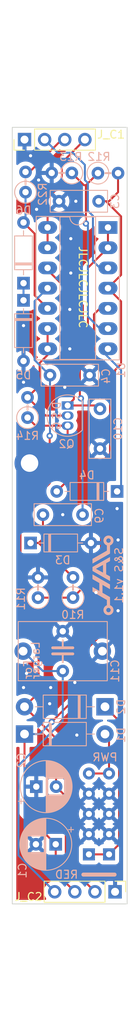
<source format=kicad_pcb>
(kicad_pcb (version 20211014) (generator pcbnew)
  (layers (0 "F.Cu" signal) (31 "B.Cu" signal) (34 "B.Paste" user) (35 "F.Paste" user) (36 "B.SilkS" user "B.Silkscreen") (37 "F.SilkS" user "F.Silkscreen") (38 "B.Mask" user) (39 "F.Mask" user) (44 "Edge.Cuts" user))
  (net 0 "")
  (net 1 "Net-(D4-Pad2)")
  (net 2 "Net-(Q2-Pad2)")
  (net 3 "Net-(R12-Pad1)")
  (net 4 "GND")
  (net 5 "+12V")
  (net 6 "Net-(R10-Pad1)")
  (net 7 "Net-(C9-Pad2)")
  (net 8 "Net-(C10-Pad2)")
  (net 9 "-12V")
  (net 10 "Net-(J_C1-Pad2)")
  (net 11 "Net-(D4-Pad1)")
  (net 12 "Net-(J_C1-Pad3)")
  (net 13 "/S_H1")
  (net 14 "Net-(D1-Pad2)")
  (net 15 "Net-(D2-Pad1)")
  (net 16 "Net-(C11-Pad1)")
  (net 17 "Net-(C9-Pad1)")
  (net 18 "Net-(U1-Pad10)")
  (net 19 "Net-(D5-Pad1)")
  (footprint "Eurorack:M2 Screw Hole" (layer "F.Cu") (at 30.734 85.979)
    (fp_text reference "REF**" hide)
    (fp_text value "M2 Screw Hole" hide)
    (pad "" thru_hole circle (at 0 0) (size 3.8 3.8) (drill 2.2) (layers *.Cu *.Mask) (net 4 "GND"))
  )
  (footprint "Connector_PinHeader_2.54mm:PinHeader_1x04_P2.54mm_Vertical" (layer "F.Cu") (at 41.529 139.827 -90)
    (fp_text reference "J_C2" (at 0.635 10.922 180) (layer "F.SilkS"))
    (fp_text value "Conn_01x04_Male")
    (pad "1" thru_hole rect (at 0 0 270) (size 1.7 1.7) (drill 1) (layers *.Cu *.Mask) (net 4 "GND"))
    (pad "2" thru_hole oval (at 0 2.54 270) (size 1.7 1.7) (drill 1) (layers *.Cu *.Mask) (net 9 "-12V"))
    (pad "3" thru_hole oval (at 0 5.08 270) (size 1.7 1.7) (drill 1) (layers *.Cu *.Mask) (net 5 "+12V"))
    (pad "4" thru_hole oval (at 0 7.62 270) (size 1.7 1.7) (drill 1) (layers *.Cu *.Mask) (net 16 "Net-(C11-Pad1)"))
  )
  (footprint "Connector_PinHeader_2.54mm:PinHeader_1x04_P2.54mm_Vertical" (layer "F.Cu") (at 30.099 45.339 90)
    (fp_text reference "J_C1" (at 0.635 10.922 180) (layer "F.SilkS"))
    (fp_text value "Conn_01x04_Male")
    (pad "1" thru_hole rect (at 0 0 90) (size 1.7 1.7) (drill 1) (layers *.Cu *.Mask) (net 4 "GND"))
    (pad "2" thru_hole oval (at 0 2.54 90) (size 1.7 1.7) (drill 1) (layers *.Cu *.Mask) (net 10 "Net-(J_C1-Pad2)"))
    (pad "3" thru_hole oval (at 0 5.08 90) (size 1.7 1.7) (drill 1) (layers *.Cu *.Mask) (net 12 "Net-(J_C1-Pad3)"))
    (pad "4" thru_hole oval (at 0 7.62 90) (size 1.7 1.7) (drill 1) (layers *.Cu *.Mask) (net 13 "/S_H1"))
  )
  (footprint "Resistor_THT:R_Axial_DIN0207_L6.3mm_D2.5mm_P2.54mm_Vertical" (layer "B.Cu") (at 36.219 102.875 90)
    (fp_text reference "R10" (at -2.154 -0.024 180) (layer "B.SilkS") (effects (justify mirror)))
    (fp_text value "33k")
    (pad "1" thru_hole circle (at 0 0 90) (size 1.6 1.6) (drill 0.8) (layers *.Cu *.Mask) (net 6 "Net-(R10-Pad1)"))
    (pad "2" thru_hole oval (at 2.54 0 90) (size 1.6 1.6) (drill 0.8) (layers *.Cu *.Mask) (net 7 "Net-(C9-Pad2)"))
  )
  (footprint "Resistor_THT:R_Axial_DIN0207_L6.3mm_D2.5mm_P2.54mm_Vertical" (layer "B.Cu") (at 30.226 51.943 90)
    (fp_text reference "R22" (at -0.254 2.159 90) (layer "B.SilkS") (effects (justify mirror)))
    (fp_text value "10k")
    (pad "1" thru_hole circle (at 0 0 90) (size 1.6 1.6) (drill 0.8) (layers *.Cu *.Mask) (net 18 "Net-(U1-Pad10)"))
    (pad "2" thru_hole oval (at 2.54 0 90) (size 1.6 1.6) (drill 0.8) (layers *.Cu *.Mask) (net 12 "Net-(J_C1-Pad3)"))
  )
  (footprint "Diode_THT:D_DO-41_SOD81_P10.16mm_Horizontal" (layer "B.Cu") (at 40.259 116.586 180)
    (fp_text reference "D2" (at -2.032 0 90) (layer "B.SilkS") (effects (justify mirror)))
    (fp_text value "1N4001")
    (pad "1" thru_hole rect (at 0 0 180) (size 2.2 2.2) (drill 1.1) (layers *.Cu *.Mask) (net 15 "Net-(D2-Pad1)"))
    (pad "2" thru_hole oval (at 10.16 0 180) (size 2.2 2.2) (drill 1.1) (layers *.Cu *.Mask) (net 9 "-12V"))
  )
  (footprint "Resistor_THT:R_Axial_DIN0207_L6.3mm_D2.5mm_P2.54mm_Vertical" (layer "B.Cu") (at 31.798 102.88 90)
    (fp_text reference "R11" (at -0.151 -2.164 90) (layer "B.SilkS") (effects (justify mirror)))
    (fp_text value "33k")
    (pad "1" thru_hole circle (at 0 0 90) (size 1.6 1.6) (drill 0.8) (layers *.Cu *.Mask) (net 6 "Net-(R10-Pad1)"))
    (pad "2" thru_hole oval (at 2.54 0 90) (size 1.6 1.6) (drill 0.8) (layers *.Cu *.Mask) (net 4 "GND"))
  )
  (footprint "Diode_THT:D_DO-35_SOD27_P7.62mm_Horizontal" (layer "B.Cu") (at 30.861 96.012)
    (fp_text reference "D3" (at 4.064 2.159) (layer "B.SilkS") (effects (justify mirror)))
    (fp_text value "1N4148")
    (pad "1" thru_hole rect (at 0 0) (size 1.6 1.6) (drill 0.8) (layers *.Cu *.Mask) (net 7 "Net-(C9-Pad2)"))
    (pad "2" thru_hole oval (at 7.62 0) (size 1.6 1.6) (drill 0.8) (layers *.Cu *.Mask) (net 4 "GND"))
  )
  (footprint "Capacitor_THT:C_Rect_L7.2mm_W2.5mm_P5.00mm_FKS2_FKP2_MKS2_MKP2" (layer "B.Cu") (at 39.624 84.161 90)
    (fp_text reference "C10" (at 2.5 2.286 90) (layer "B.SilkS") (effects (justify mirror)))
    (fp_text value "10nF (Film)")
    (pad "1" thru_hole circle (at 0 0 90) (size 1.6 1.6) (drill 0.8) (layers *.Cu *.Mask) (net 4 "GND"))
    (pad "2" thru_hole circle (at 5 0 90) (size 1.6 1.6) (drill 0.8) (layers *.Cu *.Mask) (net 8 "Net-(C10-Pad2)"))
  )
  (footprint "Diode_THT:D_DO-35_SOD27_P7.62mm_Horizontal" (layer "B.Cu") (at 29.972 65.532 -90)
    (fp_text reference "D5" (at 9.398 0) (layer "B.SilkS") (effects (justify mirror)))
    (fp_text value "1N4148")
    (pad "1" thru_hole rect (at 0 0 270) (size 1.6 1.6) (drill 0.8) (layers *.Cu *.Mask) (net 19 "Net-(D5-Pad1)"))
    (pad "2" thru_hole oval (at 7.62 0 270) (size 1.6 1.6) (drill 0.8) (layers *.Cu *.Mask) (net 4 "GND"))
  )
  (footprint "Capacitor_THT:CP_Radial_D6.3mm_P2.50mm" (layer "B.Cu") (at 31.583621 126.619)
    (fp_text reference "C2" (at -1.865621 -3.302 90) (layer "B.SilkS") (effects (justify mirror)))
    (fp_text value "47uF")
    (pad "1" thru_hole rect (at 0 0) (size 1.6 1.6) (drill 0.8) (layers *.Cu *.Mask) (net 4 "GND"))
    (pad "2" thru_hole circle (at 2.5 0) (size 1.6 1.6) (drill 0.8) (layers *.Cu *.Mask) (net 9 "-12V"))
  )
  (footprint "Capacitor_THT:C_Disc_D7.0mm_W2.5mm_P5.00mm" (layer "B.Cu") (at 38.314 74.93 180)
    (fp_text reference "C4" (at -2.072 -0.127 90) (layer "B.SilkS") (effects (justify mirror)))
    (fp_text value "0.1uF")
    (pad "1" thru_hole circle (at 0 0 180) (size 1.6 1.6) (drill 0.8) (layers *.Cu *.Mask) (net 4 "GND"))
    (pad "2" thru_hole circle (at 5 0 180) (size 1.6 1.6) (drill 0.8) (layers *.Cu *.Mask) (net 9 "-12V"))
  )
  (footprint "Logos:Avalon Harmonics Small 10mm" (layer "B.Cu") (at 40.005 100.076 -90)
    (fp_text reference "G***" hide)
    (fp_text value "LOGO" hide)
  )
  (footprint "Resistor_THT:R_Axial_DIN0207_L6.3mm_D2.5mm_P2.54mm_Vertical" (layer "B.Cu") (at 30.48 80.264 90)
    (fp_text reference "R14" (at -2.281 0 180) (layer "B.SilkS") (effects (justify mirror)))
    (fp_text value "1M")
    (pad "1" thru_hole circle (at 0 0 90) (size 1.6 1.6) (drill 0.8) (layers *.Cu *.Mask) (net 1 "Net-(D4-Pad2)"))
    (pad "2" thru_hole oval (at 2.54 0 90) (size 1.6 1.6) (drill 0.8) (layers *.Cu *.Mask) (net 2 "Net-(Q2-Pad2)"))
  )
  (footprint "Diode_THT:D_DO-35_SOD27_P7.62mm_Horizontal" (layer "B.Cu") (at 41.783 89.535 180)
    (fp_text reference "D4" (at 3.81 2.032) (layer "B.SilkS") (effects (justify mirror)))
    (fp_text value "1N4148")
    (pad "1" thru_hole rect (at 0 0 180) (size 1.6 1.6) (drill 0.8) (layers *.Cu *.Mask) (net 11 "Net-(D4-Pad1)"))
    (pad "2" thru_hole oval (at 7.62 0 180) (size 1.6 1.6) (drill 0.8) (layers *.Cu *.Mask) (net 1 "Net-(D4-Pad2)"))
  )
  (footprint "Capacitor_THT:C_Disc_D7.0mm_W2.5mm_P5.00mm" (layer "B.Cu") (at 37.425 92.456 180)
    (fp_text reference "C9" (at -2.119 -0.127 90) (layer "B.SilkS") (effects (justify mirror)))
    (fp_text value "100pF")
    (pad "1" thru_hole circle (at 0 0 180) (size 1.6 1.6) (drill 0.8) (layers *.Cu *.Mask) (net 17 "Net-(C9-Pad1)"))
    (pad "2" thru_hole circle (at 5 0 180) (size 1.6 1.6) (drill 0.8) (layers *.Cu *.Mask) (net 7 "Net-(C9-Pad2)"))
  )
  (footprint "Diode_THT:D_DO-35_SOD27_P7.62mm_Horizontal" (layer "B.Cu") (at 29.972 63.373 90)
    (fp_text reference "D6" (at 9.144 0) (layer "B.SilkS") (effects (justify mirror)))
    (fp_text value "4.7V")
    (pad "1" thru_hole rect (at 0 0 90) (size 1.6 1.6) (drill 0.8) (layers *.Cu *.Mask) (net 19 "Net-(D5-Pad1)"))
    (pad "2" thru_hole oval (at 7.62 0 90) (size 1.6 1.6) (drill 0.8) (layers *.Cu *.Mask) (net 18 "Net-(U1-Pad10)"))
  )
  (footprint "Capacitor_THT:CP_Radial_D6.3mm_P2.50mm" (layer "B.Cu") (at 34.036 133.858 180)
    (fp_text reference "C1" (at 4.191 -3.302 90) (layer "B.SilkS") (effects (justify mirror)))
    (fp_text value "47uF")
    (pad "1" thru_hole rect (at 0 0 180) (size 1.6 1.6) (drill 0.8) (layers *.Cu *.Mask) (net 5 "+12V"))
    (pad "2" thru_hole circle (at 2.5 0 180) (size 1.6 1.6) (drill 0.8) (layers *.Cu *.Mask) (net 4 "GND"))
  )
  (footprint "Diode_THT:D_DO-41_SOD81_P10.16mm_Horizontal" (layer "B.Cu") (at 30.099 120.015)
    (fp_text reference "D1" (at 12.192 0.127 90) (layer "B.SilkS") (effects (justify mirror)))
    (fp_text value "1N4001")
    (pad "1" thru_hole rect (at 0 0) (size 2.2 2.2) (drill 1.1) (layers *.Cu *.Mask) (net 5 "+12V"))
    (pad "2" thru_hole oval (at 10.16 0) (size 2.2 2.2) (drill 1.1) (layers *.Cu *.Mask) (net 14 "Net-(D1-Pad2)"))
  )
  (footprint "Package_DIP:DIP-14_W7.62mm_Socket_LongPads" (layer "B.Cu") (at 40.63 56.383 180)
    (fp_text reference "U1" (at -1.661 -17.912 90) (layer "B.SilkS") (effects (justify mirror)))
    (fp_text value "TL074")
    (pad "1" thru_hole rect (at 0 0 180) (size 2.4 1.6) (drill 0.8) (layers *.Cu *.Mask) (net 17 "Net-(C9-Pad1)"))
    (pad "2" thru_hole oval (at 0 -2.54 180) (size 2.4 1.6) (drill 0.8) (layers *.Cu *.Mask) (net 17 "Net-(C9-Pad1)"))
    (pad "3" thru_hole oval (at 0 -5.08 180) (size 2.4 1.6) (drill 0.8) (layers *.Cu *.Mask) (net 10 "Net-(J_C1-Pad2)"))
    (pad "4" thru_hole oval (at 0 -7.62 180) (size 2.4 1.6) (drill 0.8) (layers *.Cu *.Mask) (net 5 "+12V"))
    (pad "5" thru_hole oval (at 0 -10.16 180) (size 2.4 1.6) (drill 0.8) (layers *.Cu *.Mask) (net 6 "Net-(R10-Pad1)"))
    (pad "6" thru_hole oval (at 0 -12.7 180) (size 2.4 1.6) (drill 0.8) (layers *.Cu *.Mask) (net 3 "Net-(R12-Pad1)"))
    (pad "7" thru_hole oval (at 0 -15.24 180) (size 2.4 1.6) (drill 0.8) (layers *.Cu *.Mask) (net 11 "Net-(D4-Pad1)"))
    (pad "8" thru_hole oval (at 7.62 -15.24 180) (size 2.4 1.6) (drill 0.8) (layers *.Cu *.Mask) (net 2 "Net-(Q2-Pad2)"))
    (pad "9" thru_hole oval (at 7.62 -12.7 180) (size 2.4 1.6) (drill 0.8) (layers *.Cu *.Mask) (net 2 "Net-(Q2-Pad2)"))
    (pad "10" thru_hole oval (at 7.62 -10.16 180) (size 2.4 1.6) (drill 0.8) (layers *.Cu *.Mask) (net 18 "Net-(U1-Pad10)"))
    (pad "11" thru_hole oval (at 7.62 -7.62 180) (size 2.4 1.6) (drill 0.8) (layers *.Cu *.Mask) (net 9 "-12V"))
    (pad "12" thru_hole oval (at 7.62 -5.08 180) (size 2.4 1.6) (drill 0.8) (layers *.Cu *.Mask) (net 8 "Net-(C10-Pad2)"))
    (pad "13" thru_hole oval (at 7.62 -2.54 180) (size 2.4 1.6) (drill 0.8) (layers *.Cu *.Mask) (net 13 "/S_H1"))
    (pad "14" thru_hole oval (at 7.62 0 180) (size 2.4 1.6) (drill 0.8) (layers *.Cu *.Mask) (net 13 "/S_H1"))
  )
  (footprint "Capacitor_THT:C_Rect_L7.2mm_W11.0mm_P5.00mm_FKS2_FKP2_MKS2_MKP2_DUAL_SIZE" (layer "B.Cu") (at 34.925 112.101 90)
    (fp_text reference "C11" (at 0 6.604 90) (layer "B.SilkS") (effects (justify mirror)))
    (fp_text value "10uF (Film)")
    (fp_text user "For" (at 0.1886 -4.3942 90 unlocked) (layer "B.SilkS") (effects (justify mirror)))
    (fp_text user "Larger" (at 1.357 -3.429 90 unlocked) (layer "B.SilkS") (effects (justify mirror)))
    (pad "1" thru_hole circle (at 2.5 -5 90) (size 2.2 2.2) (drill 1.1) (layers *.Cu *.Mask) (net 16 "Net-(C11-Pad1)"))
    (pad "1" thru_hole circle (at 0 0 90) (size 1.6 1.6) (drill 0.8) (layers *.Cu *.Mask) (net 16 "Net-(C11-Pad1)"))
    (pad "2" thru_hole circle (at 5 0 90) (size 1.6 1.6) (drill 0.8) (layers *.Cu *.Mask) (net 4 "GND"))
    (pad "2" thru_hole circle (at 2.5 5 90) (size 2.2 2.2) (drill 1.1) (layers *.Cu *.Mask) (net 4 "GND"))
  )
  (footprint "Eurorack:Eurorack Power 10 Pin" (layer "B.Cu") (at 40.767 130.048 180)
    (fp_text reference "PWR1" hide)
    (fp_text value "PWR_10_Pin" hide)
    (fp_text user "RED" (at 3.81 -7.62 unlocked) (layer "B.SilkS") (effects (justify left mirror)))
    (fp_text user "PWR" (at 0.508 7.114) (layer "B.SilkS") (effects (justify mirror)))
    (pad "1" thru_hole circle (at 2.54 5.08 180) (size 1.524 1.524) (drill 0.762) (layers *.Cu *.Mask) (net 14 "Net-(D1-Pad2)"))
    (pad "1" thru_hole circle (at 0 5.08 180) (size 1.524 1.524) (drill 0.762) (layers *.Cu *.Mask) (net 14 "Net-(D1-Pad2)"))
    (pad "2" thru_hole circle (at 2.54 0 180) (size 1.524 1.524) (drill 0.762) (layers *.Cu *.Mask) (net 4 "GND"))
    (pad "2" thru_hole circle (at 2.54 2.54 180) (size 1.524 1.524) (drill 0.762) (layers *.Cu *.Mask) (net 4 "GND"))
    (pad "2" thru_hole circle (at 0 2.54 180) (size 1.524 1.524) (drill 0.762) (layers *.Cu *.Mask) (net 4 "GND"))
    (pad "2" thru_hole circle (at 0 -2.54 180) (size 1.524 1.524) (drill 0.762) (layers *.Cu *.Mask) (net 4 "GND"))
    (pad "2" thru_hole circle (at 0 0 180) (size 1.524 1.524) (drill 0.762) (layers *.Cu *.Mask) (net 4 "GND"))
    (pad "2" thru_hole circle (at 2.54 -2.54 180) (size 1.524 1.524) (drill 0.762) (layers *.Cu *.Mask) (net 4 "GND"))
    (pad "3" thru_hole rect (at 2.54 -5.08 180) (size 1.524 1.524) (drill 0.762) (layers *.Cu *.Mask) (net 15 "Net-(D2-Pad1)"))
    (pad "3" thru_hole rect (at 0 -5.08 180) (size 1.524 1.524) (drill 0.762) (layers *.Cu *.Mask) (net 15 "Net-(D2-Pad1)"))
  )
  (footprint "Resistor_THT:R_Axial_DIN0207_L6.3mm_D2.5mm_P2.54mm_Vertical" (layer "B.Cu") (at 36.068 49.53 180)
    (fp_text reference "R13" (at 0.127 2.032 180) (layer "B.SilkS") (effects (justify mirror)))
    (fp_text value "47k")
    (pad "1" thru_hole circle (at 0 0 180) (size 1.6 1.6) (drill 0.8) (layers *.Cu *.Mask) (net 3 "Net-(R12-Pad1)"))
    (pad "2" thru_hole oval (at 2.54 0 180) (size 1.6 1.6) (drill 0.8) (layers *.Cu *.Mask) (net 4 "GND"))
  )
  (footprint "Capacitor_THT:C_Disc_D7.0mm_W2.5mm_P5.00mm" (layer "B.Cu") (at 39.457 53.086 180)
    (fp_text reference "C3" (at -2.072 0 90) (layer "B.SilkS") (effects (justify mirror)))
    (fp_text value "0.1uF")
    (pad "1" thru_hole circle (at 0 0 180) (size 1.6 1.6) (drill 0.8) (layers *.Cu *.Mask) (net 5 "+12V"))
    (pad "2" thru_hole circle (at 5 0 180) (size 1.6 1.6) (drill 0.8) (layers *.Cu *.Mask) (net 4 "GND"))
  )
  (footprint "Package_TO_SOT_THT:TO-92_Inline" (layer "B.Cu") (at 35.539 78.74 -90)
    (fp_text reference "Q2" (at 4.831 0.13 180) (layer "B.SilkS") (effects (justify mirror)))
    (fp_text value "J112")
    (pad "1" thru_hole rect (at 0 0 270) (size 1.05 1.5) (drill 0.75) (layers *.Cu *.Mask) (net 8 "Net-(C10-Pad2)"))
    (pad "2" thru_hole oval (at 1.27 0 270) (size 1.05 1.5) (drill 0.75) (layers *.Cu *.Mask) (net 2 "Net-(Q2-Pad2)"))
    (pad "3" thru_hole oval (at 2.54 0 270) (size 1.05 1.5) (drill 0.75) (layers *.Cu *.Mask) (net 1 "Net-(D4-Pad2)"))
  )
  (footprint "Resistor_THT:R_Axial_DIN0207_L6.3mm_D2.5mm_P2.54mm_Vertical" (layer "B.Cu") (at 39.365 49.554)
    (fp_text reference "R12" (at 0.132 -2.056 180) (layer "B.SilkS") (effects (justify mirror)))
    (fp_text value "1M")
    (pad "1" thru_hole circle (at 0 0) (size 1.6 1.6) (drill 0.8) (layers *.Cu *.Mask) (net 3 "Net-(R12-Pad1)"))
    (pad "2" thru_hole oval (at 2.54 0) (size 1.6 1.6) (drill 0.8) (layers *.Cu *.Mask) (net 5 "+12V"))
  )
  (gr_rect (start 28.553 43.8) (end 43.053 141.351) (layer "Edge.Cuts") (width 0.1) (fill none))
  (gr_text "S" (at 34.163 80.01 90) (layer "B.SilkS") (effects (font (size 1 1)) (justify mirror)))
  (gr_text "G" (at 34.163 81.28 90) (layer "B.SilkS") (effects (font (size 1 1)) (justify mirror)))
  (gr_text "S&S v1.1" (at 42.037 100.076 90) (layer "B.SilkS") (effects (font (size 1 1)) (justify mirror)))
  (gr_text "D" (at 34.163 78.74 90) (layer "B.SilkS") (effects (font (size 1 1)) (justify mirror)))
  (gr_text "JLCJLCJLCJLC" (at 37.465 63.881 -90) (layer "F.SilkS") (effects (font (size 1 1))))
  (segment (start 35.539 81.28) (end 35.539 88.159) (width 0.25) (layer "F.Cu") (net 1))
  (segment (start 35.539 81.28) (end 31.496 81.28) (width 0.25) (layer "F.Cu") (net 1))
  (segment (start 31.496 81.28) (end 30.48 80.264) (width 0.25) (layer "F.Cu") (net 1))
  (segment (start 35.539 88.159) (end 34.163 89.535) (width 0.25) (layer "F.Cu") (net 1))
  (segment (start 33.01 71.623) (end 33.01 69.083) (width 0.25) (layer "F.Cu") (net 2))
  (segment (start 32.766 80.01) (end 30.48 77.724) (width 0.25) (layer "F.Cu") (net 2))
  (segment (start 33.01 72.4) (end 33.01 71.623) (width 0.25) (layer "F.Cu") (net 2))
  (segment (start 35.539 80.01) (end 32.766 80.01) (width 0.25) (layer "F.Cu") (net 2))
  (segment (start 32.004 73.406) (end 33.01 72.4) (width 0.25) (layer "F.Cu") (net 2))
  (segment (start 32.004 76.2) (end 32.004 73.406) (width 0.25) (layer "F.Cu") (net 2))
  (segment (start 30.48 77.724) (end 32.004 76.2) (width 0.25) (layer "F.Cu") (net 2))
  (segment (start 37.611 51.073) (end 36.068 49.53) (width 0.25) (layer "F.Cu") (net 3))
  (segment (start 37.846 51.073) (end 37.611 51.073) (width 0.25) (layer "F.Cu") (net 3))
  (segment (start 37.846 51.073) (end 39.365 49.554) (width 0.25) (layer "F.Cu") (net 3))
  (segment (start 37.846 51.073) (end 37.846 55.88) (width 0.25) (layer "F.Cu") (net 3))
  (via (at 37.846 55.88) (size 0.8) (drill 0.4) (layers "F.Cu" "B.Cu") (net 3))
  (segment (start 37.846 55.88) (end 38.1 56.134) (width 0.25) (layer "B.Cu") (net 3))
  (segment (start 38.1 56.134) (end 38.1 67.569) (width 0.25) (layer "B.Cu") (net 3))
  (segment (start 38.1 67.569) (end 39.614 69.083) (width 0.25) (layer "B.Cu") (net 3))
  (via (at 35.814 66.675) (size 0.8) (drill 0.4) (layers "F.Cu" "B.Cu") (net 4))
  (via (at 33.274 116.205) (size 0.8) (drill 0.4) (layers "F.Cu" "B.Cu") (net 4))
  (via (at 36.703 120.142) (size 0.8) (drill 0.4) (layers "F.Cu" "B.Cu") (net 4))
  (via (at 34.925 92.456) (size 0.8) (drill 0.4) (layers "F.Cu" "B.Cu") (net 4))
  (via (at 41.91 95.631) (size 0.8) (drill 0.4) (layers "F.Cu" "B.Cu") (net 4))
  (via (at 31.877 50.419) (size 0.8) (drill 0.4) (layers "F.Cu" "B.Cu") (net 4))
  (via (at 41.91 104.521) (size 0.8) (drill 0.4) (layers "F.Cu" "B.Cu") (net 4))
  (via (at 29.972 75.819) (size 0.8) (drill 0.4) (layers "F.Cu" "B.Cu") (net 4))
  (via (at 35.179 76.454) (size 0.8) (drill 0.4) (layers "F.Cu" "B.Cu") (net 4))
  (via (at 36.449 113.538) (size 0.8) (drill 0.4) (layers "F.Cu" "B.Cu") (net 4))
  (via (at 33.401 114.173) (size 0.8) (drill 0.4) (layers "F.Cu" "B.Cu") (net 4))
  (via (at 35.941 62.103) (size 0.8) (drill 0.4) (layers "F.Cu" "B.Cu") (net 4))
  (via (at 30.353 112.395) (size 0.8) (drill 0.4) (layers "F.Cu" "B.Cu") (net 4))
  (via (at 41.783 91.694) (size 0.8) (drill 0.4) (layers "F.Cu" "B.Cu") (net 4))
  (via (at 36.576 53.086) (size 0.8) (drill 0.4) (layers "F.Cu" "B.Cu") (net 4))
  (via (at 35.941 57.785) (size 0.8) (drill 0.4) (layers "F.Cu" "B.Cu") (net 4))
  (via (at 31.623 54.102) (size 0.8) (drill 0.4) (layers "F.Cu" "B.Cu") (net 4))
  (via (at 39.116 102.235) (size 0.8) (drill 0.4) (layers "F.Cu" "B.Cu") (net 4))
  (via (at 29.972 68.707) (size 0.8) (drill 0.4) (layers "F.Cu" "B.Cu") (net 4))
  (via (at 29.972 114.173) (size 0.8) (drill 0.4) (layers "F.Cu" "B.Cu") (net 4))
  (via (at 35.814 71.628) (size 0.8) (drill 0.4) (layers "F.Cu" "B.Cu") (net 4))
  (via (at 30.861 47.371) (size 0.8) (drill 0.4) (layers "F.Cu" "B.Cu") (net 4))
  (segment (start 42.291 54.991) (end 42.291 62.342) (width 0.25) (layer "F.Cu") (net 5))
  (segment (start 30.099 120.015) (end 30.099 129.921) (width 0.25) (layer "F.Cu") (net 5))
  (segment (start 40.513 53.086) (end 40.767 53.086) (width 0.25) (layer "F.Cu") (net 5))
  (segment (start 40.386 106.934) (end 40.386 86.487) (width 0.25) (layer "F.Cu") (net 5))
  (segment (start 41.529 74.295) (end 42.291 73.533) (width 0.25) (layer "F.Cu") (net 5))
  (segment (start 36.449 139.827) (end 34.036 137.414) (width 0.25) (layer "F.Cu") (net 5))
  (segment (start 38.1 109.22) (end 40.386 106.934) (width 0.25) (layer "F.Cu") (net 5))
  (segment (start 41.905 51.948) (end 41.905 49.554) (width 0.25) (layer "F.Cu") (net 5))
  (segment (start 40.767 53.086) (end 41.905 51.948) (width 0.25) (layer "F.Cu") (net 5))
  (segment (start 34.036 137.414) (end 34.036 133.858) (width 0.25) (layer "F.Cu") (net 5))
  (segment (start 42.291 73.533) (end 42.291 65.664) (width 0.25) (layer "F.Cu") (net 5))
  (segment (start 40.513 53.086) (end 39.457 53.086) (width 0.25) (layer "F.Cu") (net 5))
  (segment (start 33.528 118.491) (end 38.1 113.919) (width 0.25) (layer "F.Cu") (net 5))
  (segment (start 42.291 62.342) (end 40.63 64.003) (width 0.25) (layer "F.Cu") (net 5))
  (segment (start 30.099 129.921) (end 34.036 133.858) (width 0.25) (layer "F.Cu") (net 5))
  (segment (start 40.386 86.487) (end 41.529 85.344) (width 0.25) (layer "F.Cu") (net 5))
  (segment (start 42.291 65.664) (end 40.63 64.003) (width 0.25) (layer "F.Cu") (net 5))
  (segment (start 40.513 53.213) (end 40.513 53.086) (width 0.25) (layer "F.Cu") (net 5))
  (segment (start 38.1 113.919) (end 38.1 109.22) (width 0.25) (layer "F.Cu") (net 5))
  (segment (start 42.291 54.991) (end 40.513 53.213) (width 0.25) (layer "F.Cu") (net 5))
  (segment (start 41.529 85.344) (end 41.529 74.295) (width 0.25) (layer "F.Cu") (net 5))
  (via (at 33.528 118.491) (size 0.8) (drill 0.4) (layers "F.Cu" "B.Cu") (net 5))
  (segment (start 32.004 120.015) (end 30.099 120.015) (width 0.25) (layer "B.Cu") (net 5))
  (segment (start 33.528 118.491) (end 32.004 120.015) (width 0.25) (layer "B.Cu") (net 5))
  (segment (start 38.862 67.295) (end 38.862 73.025) (width 0.25) (layer "F.Cu") (net 6))
  (segment (start 36.214 102.88) (end 36.219 102.875) (width 0.25) (layer "F.Cu") (net 6))
  (segment (start 39.751 99.343) (end 36.219 102.875) (width 0.25) (layer "F.Cu") (net 6))
  (segment (start 39.751 85.9155) (end 39.751 99.343) (width 0.25) (layer "F.Cu") (net 6))
  (segment (start 39.614 66.543) (end 38.862 67.295) (width 0.25) (layer "F.Cu") (net 6))
  (segment (start 40.894 75.057) (end 40.894 84.7725) (width 0.25) (layer "F.Cu") (net 6))
  (segment (start 31.798 102.88) (end 36.214 102.88) (width 0.25) (layer "F.Cu") (net 6))
  (segment (start 38.862 73.025) (end 40.894 75.057) (width 0.25) (layer "F.Cu") (net 6))
  (segment (start 40.894 84.7725) (end 39.751 85.9155) (width 0.25) (layer "F.Cu") (net 6))
  (segment (start 31.896 96.012) (end 30.861 96.012) (width 0.25) (layer "F.Cu") (net 7))
  (segment (start 32.425 95.483) (end 31.896 96.012) (width 0.25) (layer "F.Cu") (net 7))
  (segment (start 32.425 92.456) (end 32.425 95.483) (width 0.25) (layer "F.Cu") (net 7))
  (segment (start 36.219 100.335) (end 31.896 96.012) (width 0.25) (layer "F.Cu") (net 7))
  (segment (start 37.465 73.152) (end 36.322 74.295) (width 0.25) (layer "F.Cu") (net 8))
  (segment (start 35.539 78.74) (end 39.203 78.74) (width 0.25) (layer "F.Cu") (net 8))
  (segment (start 36.322 77.957) (end 35.539 78.74) (width 0.25) (layer "F.Cu") (net 8))
  (segment (start 37.465 66.167) (end 37.465 73.152) (width 0.25) (layer "F.Cu") (net 8))
  (segment (start 33.01 61.712) (end 37.465 66.167) (width 0.25) (layer "F.Cu") (net 8))
  (segment (start 39.203 78.74) (end 39.624 79.161) (width 0.25) (layer "F.Cu") (net 8))
  (segment (start 33.01 61.463) (end 33.01 61.712) (width 0.25) (layer "F.Cu") (net 8))
  (segment (start 36.322 74.295) (end 36.322 77.957) (width 0.25) (layer "F.Cu") (net 8))
  (segment (start 31.877 108.077) (end 29.591 105.791) (width 0.25) (layer "F.Cu") (net 9))
  (segment (start 31.877 114.808) (end 31.877 108.077) (width 0.25) (layer "F.Cu") (net 9))
  (segment (start 35.306 136.144) (end 35.306 127.841379) (width 0.25) (layer "F.Cu") (net 9))
  (segment (start 33.274 88.519) (end 33.274 82.55) (width 0.25) (layer "F.Cu") (net 9))
  (segment (start 29.591 105.791) (end 29.591 92.202) (width 0.25) (layer "F.Cu") (net 9))
  (segment (start 34.083621 120.570621) (end 30.099 116.586) (width 0.25) (layer "F.Cu") (net 9))
  (segment (start 35.306 127.841379) (end 34.083621 126.619) (width 0.25) (layer "F.Cu") (net 9))
  (segment (start 34.083621 126.619) (end 34.083621 120.570621) (width 0.25) (layer "F.Cu") (net 9))
  (segment (start 30.099 116.586) (end 31.877 114.808) (width 0.25) (layer "F.Cu") (net 9))
  (segment (start 38.989 139.827) (end 35.306 136.144) (width 0.25) (layer "F.Cu") (net 9))
  (segment (start 29.591 92.202) (end 33.274 88.519) (width 0.25) (layer "F.Cu") (net 9))
  (via (at 33.274 82.55) (size 0.8) (drill 0.4) (layers "F.Cu" "B.Cu") (net 9))
  (segment (start 31.369 65.644) (end 33.01 64.003) (width 0.25) (layer "B.Cu") (net 9))
  (segment (start 33.274 82.55) (end 33.314 82.51) (width 0.25) (layer "B.Cu") (net 9))
  (segment (start 31.369 73.025) (end 31.369 65.644) (width 0.25) (layer "B.Cu") (net 9))
  (segment (start 33.274 74.93) (end 31.369 73.025) (width 0.25) (layer "B.Cu") (net 9))
  (segment (start 33.314 82.51) (end 33.314 74.93) (width 0.25) (layer "B.Cu") (net 9))
  (segment (start 33.314 74.93) (end 33.274 74.93) (width 0.25) (layer "B.Cu") (net 9))
  (segment (start 37.719 50.419) (end 37.719 48.514) (width 0.25) (layer "B.Cu") (net 10))
  (segment (start 38.735 60.584) (end 38.735 54.91715) (width 0.25) (layer "B.Cu") (net 10))
  (segment (start 38.1 54.28215) (end 38.1 50.8) (width 0.25) (layer "B.Cu") (net 10))
  (segment (start 36.195 46.99) (end 34.29 46.99) (width 0.25) (layer "B.Cu") (net 10))
  (segment (start 37.719 48.514) (end 36.195 46.99) (width 0.25) (layer "B.Cu") (net 10))
  (segment (start 34.29 46.99) (end 32.639 45.339) (width 0.25) (layer "B.Cu") (net 10))
  (segment (start 39.614 61.463) (end 38.735 60.584) (width 0.25) (layer "B.Cu") (net 10))
  (segment (start 38.1 50.8) (end 37.719 50.419) (width 0.25) (layer "B.Cu") (net 10))
  (segment (start 38.735 54.91715) (end 38.1 54.28215) (width 0.25) (layer "B.Cu") (net 10))
  (segment (start 41.783 89.535) (end 42.291 89.027) (width 0.25) (layer "B.Cu") (net 11))
  (segment (start 42.291 89.027) (end 42.291 74.3) (width 0.25) (layer "B.Cu") (net 11))
  (segment (start 42.291 74.3) (end 39.614 71.623) (width 0.25) (layer "B.Cu") (net 11))
  (segment (start 30.734 49.403) (end 30.226 49.403) (width 0.25) (layer "F.Cu") (net 12))
  (segment (start 35.179 45.339) (end 34.798 45.339) (width 0.25) (layer "F.Cu") (net 12))
  (segment (start 34.798 45.339) (end 30.734 49.403) (width 0.25) (layer "F.Cu") (net 12))
  (segment (start 34.798 48.26) (end 34.798 50.927) (width 0.25) (layer "F.Cu") (net 13))
  (segment (start 33.01 56.383) (end 33.01 58.923) (width 0.25) (layer "F.Cu") (net 13))
  (segment (start 34.798 50.927) (end 33.01 52.715) (width 0.25) (layer "F.Cu") (net 13))
  (segment (start 37.719 45.339) (end 34.798 48.26) (width 0.25) (layer "F.Cu") (net 13))
  (segment (start 33.01 52.715) (end 33.01 56.383) (width 0.25) (layer "F.Cu") (net 13))
  (segment (start 38.227 124.968) (end 40.767 124.968) (width 0.25) (layer "F.Cu") (net 14))
  (segment (start 40.767 120.523) (end 40.259 120.015) (width 0.25) (layer "F.Cu") (net 14))
  (segment (start 40.767 124.968) (end 40.767 120.523) (width 0.25) (layer "F.Cu") (net 14))
  (segment (start 42.037 118.364) (end 40.259 116.586) (width 0.25) (layer "F.Cu") (net 15))
  (segment (start 42.037 133.858) (end 42.037 118.364) (width 0.25) (layer "F.Cu") (net 15))
  (segment (start 40.767 135.128) (end 38.227 135.128) (width 0.25) (layer "F.Cu") (net 15))
  (segment (start 40.767 135.128) (end 42.037 133.858) (width 0.25) (layer "F.Cu") (net 15))
  (segment (start 34.925 112.101) (end 32.425 112.101) (width 0.25) (layer "B.Cu") (net 16))
  (segment (start 29.337 123.952) (end 34.925 118.364) (width 0.25) (layer "B.Cu") (net 16))
  (segment (start 29.337 135.255) (end 29.337 123.952) (width 0.25) (layer "B.Cu") (net 16))
  (segment (start 33.909 139.827) (end 29.337 135.255) (width 0.25) (layer "B.Cu") (net 16))
  (segment (start 34.925 118.364) (end 34.925 112.101) (width 0.25) (layer "B.Cu") (net 16))
  (segment (start 32.425 112.101) (end 29.925 109.601) (width 0.25) (layer "B.Cu") (net 16))
  (segment (start 37.084 74.295) (end 37.084 77.724) (width 0.25) (layer "F.Cu") (net 17))
  (segment (start 40.63 56.383) (end 40.63 58.923) (width 0.25) (layer "F.Cu") (net 17))
  (segment (start 40.63 58.923) (end 38.1 61.453) (width 0.25) (layer "F.Cu") (net 17))
  (segment (start 38.1 61.453) (end 38.1 73.279) (width 0.25) (layer "F.Cu") (net 17))
  (segment (start 37.084 77.724) (end 37.211 77.851) (width 0.25) (layer "F.Cu") (net 17))
  (segment (start 38.1 73.279) (end 37.084 74.295) (width 0.25) (layer "F.Cu") (net 17))
  (via (at 37.211 77.851) (size 0.8) (drill 0.4) (layers "F.Cu" "B.Cu") (net 17))
  (segment (start 37.425 78.065) (end 37.425 92.456) (width 0.25) (layer "B.Cu") (net 17))
  (segment (start 37.211 77.851) (end 37.425 78.065) (width 0.25) (layer "B.Cu") (net 17))
  (segment (start 33.01 66.543) (end 31.369 64.902) (width 0.25) (layer "F.Cu") (net 18))
  (segment (start 31.369 64.902) (end 31.369 57.15) (width 0.25) (layer "F.Cu") (net 18))
  (segment (start 31.369 57.15) (end 29.972 55.753) (width 0.25) (layer "F.Cu") (net 18))
  (segment (start 30.226 51.943) (end 30.226 55.499) (width 0.25) (layer "B.Cu") (net 18))
  (segment (start 30.226 55.499) (end 29.972 55.753) (width 0.25) (layer "B.Cu") (net 18))
  (segment (start 29.972 65.532) (end 29.972 63.373) (width 0.25) (layer "B.Cu") (net 19))
  (zone (net 4) (net_name "GND") (layer "F.Cu") (connect_pads (clearance 0.508)) (min_thickness 0.254) (fill yes (thermal_gap 0.508) (thermal_bridge_width 0.508))
    (polygon (pts (xy 43.688 141.986) (xy 28.067 141.986) (xy 28.067 43.18) (xy 43.688 43.18)))
  )
  (zone (net 4) (net_name "GND") (layer "B.Cu") (connect_pads (clearance 0.508)) (min_thickness 0.254) (fill yes (thermal_gap 0.508) (thermal_bridge_width 0.508))
    (polygon (pts (xy 43.688 141.986) (xy 28.067 141.986) (xy 28.067 43.18) (xy 43.688 43.18)))
  )
)
</source>
